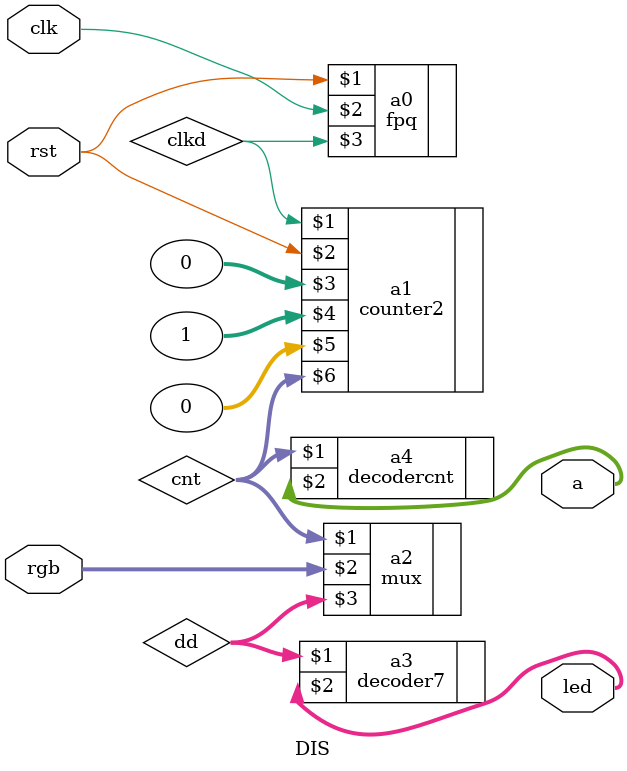
<source format=v>
    `timescale 1ns / 1ps

module DIS(
    input clk,
    input rst,
    input [11:0] rgb,
    output [7:0] a,
    output [6:0] led
);
wire clkd;
wire [3:0] dd;
wire [1:0] cnt;
fpq a0(rst,clk,clkd);
counter2 a1(clkd,rst,0,1,0,cnt);
decodercnt a4(cnt,a);
mux a2(cnt,rgb,dd);
decoder7 a3(dd,led); 
endmodule

    

</source>
